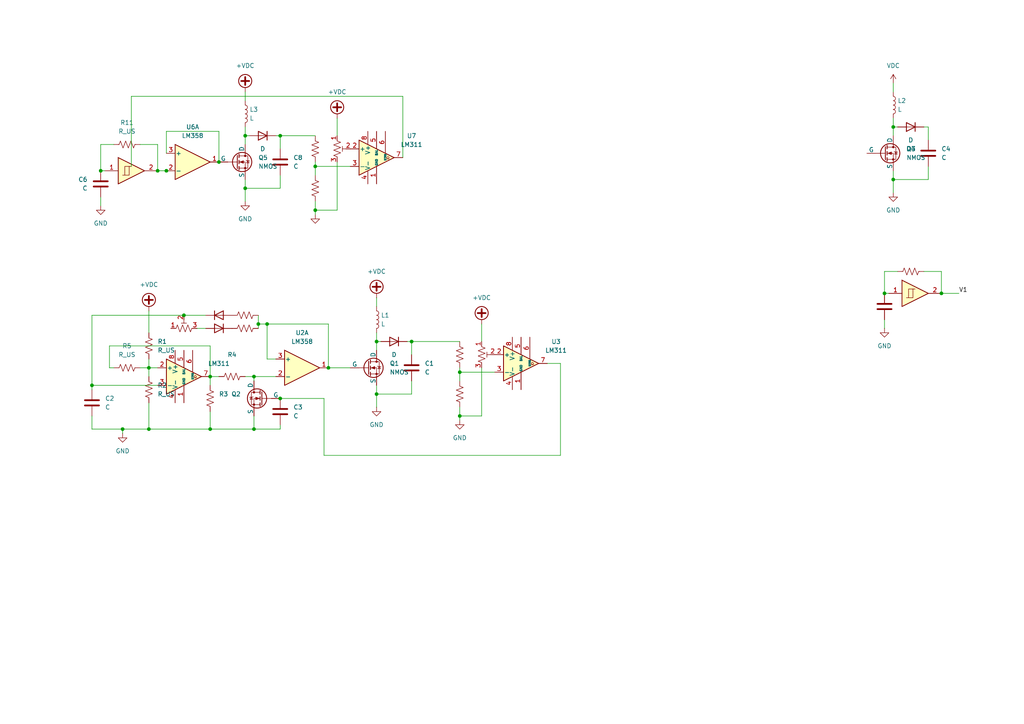
<source format=kicad_sch>
(kicad_sch (version 20231120) (generator "eeschema") (generator_version "8.0")
  (paper "A4")
  (lib_symbols
    (symbol "74xx:74HC7014"
      (property "Reference" "U" (at 0 1.27 0))
      (property "Value" "74HC7014" (at 0 -1.27 0))
      (symbol "74HC7014_1_1"
        (polyline (pts (xy -1.905 -1.27) (xy -1.905 1.27) (xy -0.635 1.27)))
        (polyline (pts (xy -3.81 3.81) (xy -3.81 -3.81) (xy 3.81 0) (xy -3.81 3.81)) (stroke (width 0.254)) (fill (type background)))
        (polyline (pts (xy -2.54 -1.27) (xy -0.635 -1.27) (xy -0.635 1.27) (xy 0 1.27)))
        (pin input line (at -7.62 0 0) (length 3.81) (name "~") (number "1"))
        (pin output line (at 7.62 0 180) (length 3.81) (name "~") (number "2"))
      )
      (symbol "74HC7014_2_1"
        (polyline (pts (xy -1.905 -1.27) (xy -1.905 1.27) (xy -0.635 1.27)))
        (polyline (pts (xy -3.81 3.81) (xy -3.81 -3.81) (xy 3.81 0) (xy -3.81 3.81)) (stroke (width 0.254)) (fill (type background)))
        (polyline (pts (xy -2.54 -1.27) (xy -0.635 -1.27) (xy -0.635 1.27) (xy 0 1.27)))
        (pin input line (at -7.62 0 0) (length 3.81) (name "~") (number "3"))
        (pin output line (at 7.62 0 180) (length 3.81) (name "~") (number "4"))
      )
      (symbol "74HC7014_3_1"
        (polyline (pts (xy -1.905 -1.27) (xy -1.905 1.27) (xy -0.635 1.27)))
        (polyline (pts (xy -3.81 3.81) (xy -3.81 -3.81) (xy 3.81 0) (xy -3.81 3.81)) (stroke (width 0.254)) (fill (type background)))
        (polyline (pts (xy -2.54 -1.27) (xy -0.635 -1.27) (xy -0.635 1.27) (xy 0 1.27)))
        (pin input line (at -7.62 0 0) (length 3.81) (name "~") (number "5"))
        (pin output line (at 7.62 0 180) (length 3.81) (name "~") (number "6"))
      )
      (symbol "74HC7014_4_1"
        (polyline (pts (xy -1.905 -1.27) (xy -1.905 1.27) (xy -0.635 1.27)))
        (polyline (pts (xy -3.81 3.81) (xy -3.81 -3.81) (xy 3.81 0) (xy -3.81 3.81)) (stroke (width 0.254)) (fill (type background)))
        (polyline (pts (xy -2.54 -1.27) (xy -0.635 -1.27) (xy -0.635 1.27) (xy 0 1.27)))
        (pin output line (at 7.62 0 180) (length 3.81) (name "~") (number "8"))
        (pin input line (at -7.62 0 0) (length 3.81) (name "~") (number "9"))
      )
      (symbol "74HC7014_5_1"
        (polyline (pts (xy -1.905 -1.27) (xy -1.905 1.27) (xy -0.635 1.27)))
        (polyline (pts (xy -3.81 3.81) (xy -3.81 -3.81) (xy 3.81 0) (xy -3.81 3.81)) (stroke (width 0.254)) (fill (type background)))
        (polyline (pts (xy -2.54 -1.27) (xy -0.635 -1.27) (xy -0.635 1.27) (xy 0 1.27)))
        (pin output line (at 7.62 0 180) (length 3.81) (name "~") (number "10"))
        (pin input line (at -7.62 0 0) (length 3.81) (name "~") (number "11"))
      )
      (symbol "74HC7014_6_1"
        (polyline (pts (xy -1.905 -1.27) (xy -1.905 1.27) (xy -0.635 1.27)))
        (polyline (pts (xy -3.81 3.81) (xy -3.81 -3.81) (xy 3.81 0) (xy -3.81 3.81)) (stroke (width 0.254)) (fill (type background)))
        (polyline (pts (xy -2.54 -1.27) (xy -0.635 -1.27) (xy -0.635 1.27) (xy 0 1.27)))
        (pin output line (at 7.62 0 180) (length 3.81) (name "~") (number "12"))
        (pin input line (at -7.62 0 0) (length 3.81) (name "~") (number "13"))
      )
      (symbol "74HC7014_7_1"
        (rectangle (start -5.08 7.62) (end 5.08 -7.62) (stroke (width 0.254)) (fill (type background)))
        (pin power_in line (at 0 12.7 270) (length 5.08) (name "VCC") (number "14"))
        (pin power_in line (at 0 -12.7 90) (length 5.08) (name "GND") (number "7"))
      )
    )
    (symbol "Amplifier_Operational:LM358" (pin_names (offset 0.127))
      (property "Reference" "U" (at 0 5.08 0))
      (property "Value" "LM358" (at 0 -5.08 0))
      (symbol "LM358_1_1"
        (polyline (pts (xy -5.08 5.08) (xy 5.08 0) (xy -5.08 -5.08) (xy -5.08 5.08)) (stroke (width 0.254)) (fill (type background)))
        (pin output line (at 7.62 0 180) (length 2.54) (name "~") (number "1"))
        (pin input line (at -7.62 -2.54 0) (length 2.54) (name "-") (number "2"))
        (pin input line (at -7.62 2.54 0) (length 2.54) (name "+") (number "3"))
      )
      (symbol "LM358_2_1"
        (polyline (pts (xy -5.08 5.08) (xy 5.08 0) (xy -5.08 -5.08) (xy -5.08 5.08)) (stroke (width 0.254)) (fill (type background)))
        (pin input line (at -7.62 2.54 0) (length 2.54) (name "+") (number "5"))
        (pin input line (at -7.62 -2.54 0) (length 2.54) (name "-") (number "6"))
        (pin output line (at 7.62 0 180) (length 2.54) (name "~") (number "7"))
      )
      (symbol "LM358_3_1"
        (pin power_in line (at -2.54 -7.62 90) (length 3.81) (name "V-") (number "4"))
        (pin power_in line (at -2.54 7.62 270) (length 3.81) (name "V+") (number "8"))
      )
    )
    (symbol "Comparator:LM311" (pin_names (offset 0.127))
      (property "Reference" "U" (at 3.81 6.35 0))
      (property "Value" "LM311" (at 3.81 3.81 0))
      (symbol "LM311_0_1"
        (polyline (pts (xy 5.08 0) (xy -5.08 5.08) (xy -5.08 -5.08) (xy 5.08 0)) (stroke (width 0.254)) (fill (type background)))
        (polyline (pts (xy 3.683 -0.381) (xy 3.302 -0.381) (xy 3.683 0) (xy 3.302 0.381) (xy 2.921 0) (xy 3.302 -0.381) (xy 2.921 -0.381)) (stroke (width 0.127)))
      )
      (symbol "LM311_1_1"
        (pin passive line (at 0 -7.62 90) (length 5.08) (name "GND") (number "1"))
        (pin input line (at -7.62 2.54 0) (length 2.54) (name "+") (number "2"))
        (pin input line (at -7.62 -2.54 0) (length 2.54) (name "-") (number "3"))
        (pin power_in line (at -2.54 -7.62 90) (length 3.81) (name "V-") (number "4"))
        (pin input line (at 0 7.62 270) (length 5.08) (name "BAL") (number "5"))
        (pin input line (at 2.54 7.62 270) (length 6.35) (name "STRB") (number "6"))
        (pin open_collector line (at 7.62 0 180) (length 2.54) (name "~") (number "7"))
        (pin power_in line (at -2.54 7.62 270) (length 3.81) (name "V+") (number "8"))
      )
    )
    (symbol "Device:C" (pin_numbers hide) (pin_names (offset 0.254))
      (property "Reference" "C" (at 0.635 2.54 0))
      (property "Value" "C" (at 0.635 -2.54 0))
      (symbol "C_0_1"
        (polyline (pts (xy -2.032 -0.762) (xy 2.032 -0.762)) (stroke (width 0.508)))
        (polyline (pts (xy -2.032 0.762) (xy 2.032 0.762)) (stroke (width 0.508)))
      )
      (symbol "C_1_1"
        (pin passive line (at 0 3.81 270) (length 2.794) (name "~") (number "1"))
        (pin passive line (at 0 -3.81 90) (length 2.794) (name "~") (number "2"))
      )
    )
    (symbol "Device:D" (pin_numbers hide) (pin_names (offset 1.016) hide)
      (property "Reference" "D" (at 0 2.54 0))
      (property "Value" "D" (at 0 -2.54 0))
      (symbol "D_0_1"
        (polyline (pts (xy -1.27 1.27) (xy -1.27 -1.27)) (stroke (width 0.254)))
        (polyline (pts (xy 1.27 0) (xy -1.27 0)))
        (polyline (pts (xy 1.27 1.27) (xy 1.27 -1.27) (xy -1.27 0) (xy 1.27 1.27)) (stroke (width 0.254)))
      )
      (symbol "D_1_1"
        (pin passive line (at -3.81 0 0) (length 2.54) (name "K") (number "1"))
        (pin passive line (at 3.81 0 180) (length 2.54) (name "A") (number "2"))
      )
    )
    (symbol "Device:L" (pin_numbers hide) (pin_names (offset 1.016) hide)
      (property "Reference" "L" (at -1.27 0 90))
      (property "Value" "L" (at 1.905 0 90))
      (symbol "L_0_1"
        (arc (start 0 -2.54) (mid 0.6323 -1.905) (end 0 -1.27))
        (arc (start 0 -1.27) (mid 0.6323 -0.635) (end 0 0))
        (arc (start 0 0) (mid 0.6323 0.635) (end 0 1.27))
        (arc (start 0 1.27) (mid 0.6323 1.905) (end 0 2.54))
      )
      (symbol "L_1_1"
        (pin passive line (at 0 3.81 270) (length 1.27) (name "1") (number "1"))
        (pin passive line (at 0 -3.81 90) (length 1.27) (name "2") (number "2"))
      )
    )
    (symbol "Device:R_Potentiometer_Trim_US" (pin_names (offset 1.016) hide)
      (property "Reference" "RV" (at -4.445 0 90))
      (property "Value" "R_Potentiometer_Trim_US" (at -2.54 0 90))
      (symbol "R_Potentiometer_Trim_US_0_1"
        (polyline (pts (xy 0 -2.286) (xy 0 -2.54)))
        (polyline (pts (xy 0 2.286) (xy 0 2.54)))
        (polyline (pts (xy 1.524 0.762) (xy 1.524 -0.762)))
        (polyline (pts (xy 2.54 0) (xy 1.524 0)))
        (polyline (pts (xy 0 -0.762) (xy 1.016 -1.143) (xy 0 -1.524) (xy -1.016 -1.905) (xy 0 -2.286)))
        (polyline (pts (xy 0 0.762) (xy 1.016 0.381) (xy 0 0) (xy -1.016 -0.381) (xy 0 -0.762)))
        (polyline (pts (xy 0 2.286) (xy 1.016 1.905) (xy 0 1.524) (xy -1.016 1.143) (xy 0 0.762)))
      )
      (symbol "R_Potentiometer_Trim_US_1_1"
        (pin passive line (at 0 3.81 270) (length 1.27) (name "1") (number "1"))
        (pin passive line (at 3.81 0 180) (length 1.27) (name "2") (number "2"))
        (pin passive line (at 0 -3.81 90) (length 1.27) (name "3") (number "3"))
      )
    )
    (symbol "Device:R_US" (pin_numbers hide) (pin_names (offset 0))
      (property "Reference" "R" (at 2.54 0 90))
      (property "Value" "R_US" (at -2.54 0 90))
      (symbol "R_US_0_1"
        (polyline (pts (xy 0 -2.286) (xy 0 -2.54)))
        (polyline (pts (xy 0 2.286) (xy 0 2.54)))
        (polyline (pts (xy 0 -0.762) (xy 1.016 -1.143) (xy 0 -1.524) (xy -1.016 -1.905) (xy 0 -2.286)))
        (polyline (pts (xy 0 0.762) (xy 1.016 0.381) (xy 0 0) (xy -1.016 -0.381) (xy 0 -0.762)))
        (polyline (pts (xy 0 2.286) (xy 1.016 1.905) (xy 0 1.524) (xy -1.016 1.143) (xy 0 0.762)))
      )
      (symbol "R_US_1_1"
        (pin passive line (at 0 3.81 270) (length 1.27) (name "~") (number "1"))
        (pin passive line (at 0 -3.81 90) (length 1.27) (name "~") (number "2"))
      )
    )
    (symbol "Diode:1N4148WT" (pin_numbers hide) (pin_names hide)
      (property "Reference" "D" (at 0 2.54 0))
      (property "Value" "1N4148WT" (at 0 -2.54 0))
      (symbol "1N4148WT_0_1"
        (polyline (pts (xy -1.27 1.27) (xy -1.27 -1.27)) (stroke (width 0.254)))
        (polyline (pts (xy 1.27 0) (xy -1.27 0)))
        (polyline (pts (xy 1.27 1.27) (xy 1.27 -1.27) (xy -1.27 0) (xy 1.27 1.27)) (stroke (width 0.254)))
      )
      (symbol "1N4148WT_1_1"
        (pin passive line (at -3.81 0 0) (length 2.54) (name "K") (number "1"))
        (pin passive line (at 3.81 0 180) (length 2.54) (name "A") (number "2"))
      )
    )
    (symbol "Simulation_SPICE:NMOS" (pin_numbers hide) (pin_names (offset 0))
      (property "Reference" "Q" (at 5.08 1.27 0))
      (property "Value" "NMOS" (at 5.08 -1.27 0))
      (symbol "NMOS_0_1"
        (polyline (pts (xy 0.254 0) (xy -2.54 0)))
        (polyline (pts (xy 0.254 1.905) (xy 0.254 -1.905)) (stroke (width 0.254)))
        (polyline (pts (xy 0.762 -1.27) (xy 0.762 -2.286)) (stroke (width 0.254)))
        (polyline (pts (xy 0.762 0.508) (xy 0.762 -0.508)) (stroke (width 0.254)))
        (polyline (pts (xy 0.762 2.286) (xy 0.762 1.27)) (stroke (width 0.254)))
        (polyline (pts (xy 2.54 2.54) (xy 2.54 1.778)))
        (polyline (pts (xy 2.54 -2.54) (xy 2.54 0) (xy 0.762 0)))
        (polyline (pts (xy 0.762 -1.778) (xy 3.302 -1.778) (xy 3.302 1.778) (xy 0.762 1.778)))
        (polyline (pts (xy 1.016 0) (xy 2.032 0.381) (xy 2.032 -0.381) (xy 1.016 0)) (fill (type outline)))
        (polyline (pts (xy 2.794 0.508) (xy 2.921 0.381) (xy 3.683 0.381) (xy 3.81 0.254)))
        (polyline (pts (xy 3.302 0.381) (xy 2.921 -0.254) (xy 3.683 -0.254) (xy 3.302 0.381)))
        (circle (center 1.651 0) (radius 2.794) (stroke (width 0.254)))
        (circle (center 2.54 -1.778) (radius 0.254) (fill (type outline)))
        (circle (center 2.54 1.778) (radius 0.254) (fill (type outline)))
      )
      (symbol "NMOS_1_1"
        (pin passive line (at 2.54 5.08 270) (length 2.54) (name "D") (number "1"))
        (pin input line (at -5.08 0 0) (length 2.54) (name "G") (number "2"))
        (pin passive line (at 2.54 -5.08 90) (length 2.54) (name "S") (number "3"))
      )
    )
    (symbol "power:+VDC" (power) (pin_numbers hide) (pin_names (offset 0) hide)
      (property "Value" "+VDC" (at 0 6.35 0))
      (symbol "+VDC_0_1"
        (polyline (pts (xy -1.143 3.175) (xy 1.143 3.175)) (stroke (width 0.508)))
        (polyline (pts (xy 0 0) (xy 0 1.27)))
        (polyline (pts (xy 0 2.032) (xy 0 4.318)) (stroke (width 0.508)))
        (circle (center 0 3.175) (radius 1.905) (stroke (width 0.254)))
      )
      (symbol "+VDC_1_1"
        (pin power_in line (at 0 0 90) (length 0) (name "~") (number "1"))
      )
    )
    (symbol "power:GND" (power) (pin_numbers hide) (pin_names (offset 0) hide)
      (property "Value" "GND" (at 0 -3.81 0))
      (symbol "GND_0_1"
        (polyline (pts (xy 0 0) (xy 0 -1.27) (xy 1.27 -1.27) (xy 0 -2.54) (xy -1.27 -1.27) (xy 0 -1.27)))
      )
      (symbol "GND_1_1"
        (pin power_in line (at 0 0 270) (length 0) (name "~") (number "1"))
      )
    )
    (symbol "power:VDC" (power) (pin_numbers hide) (pin_names (offset 0) hide)
      (property "Value" "VDC" (at 0 3.556 0))
      (symbol "VDC_0_1"
        (polyline (pts (xy -0.762 1.27) (xy 0 2.54)))
        (polyline (pts (xy 0 0) (xy 0 2.54)))
        (polyline (pts (xy 0 2.54) (xy 0.762 1.27)))
      )
      (symbol "VDC_1_1"
        (pin power_in line (at 0 0 90) (length 0) (name "~") (number "1"))
      )
    )
  )
  (junction (at 91.44 60.96))
  (junction (at 77.47 93.98))
  (junction (at 133.35 107.95))
  (junction (at 109.22 99.06))
  (junction (at 48.26 49.53))
  (junction (at 35.56 124.46))
  (junction (at 273.05 85.09))
  (junction (at 60.96 124.46))
  (junction (at 81.28 115.57))
  (junction (at 119.38 99.06))
  (junction (at 91.44 48.26))
  (junction (at 45.72 49.53))
  (junction (at 256.54 85.09))
  (junction (at 43.18 106.68))
  (junction (at 133.35 120.65))
  (junction (at 71.12 39.37))
  (junction (at 29.21 49.53))
  (junction (at 26.67 111.76))
  (junction (at 53.34 91.44))
  (junction (at 63.5 46.99))
  (junction (at 81.28 39.37))
  (junction (at 74.93 93.98))
  (junction (at 60.96 109.22))
  (junction (at 71.12 54.61))
  (junction (at 95.25 106.68))
  (junction (at 259.08 52.07))
  (junction (at 43.18 124.46))
  (junction (at 73.66 124.46))
  (junction (at 73.66 109.22))
  (junction (at 259.08 36.83))
  (junction (at 109.22 114.3))
  (wire (pts (xy 133.35 120.65) (xy 133.35 121.92)))
  (wire (pts (xy 43.18 116.84) (xy 43.18 124.46)))
  (wire (pts (xy 60.96 109.22) (xy 63.5 109.22)))
  (wire (pts (xy 60.96 109.22) (xy 60.96 111.76)))
  (wire (pts (xy 97.79 60.96) (xy 91.44 60.96)))
  (wire (pts (xy 40.64 106.68) (xy 43.18 106.68)))
  (wire (pts (xy 91.44 60.96) (xy 91.44 62.23)))
  (wire (pts (xy 38.1 27.94) (xy 38.1 48.26)))
  (wire (pts (xy 81.28 54.61) (xy 71.12 54.61)))
  (wire (pts (xy 74.93 91.44) (xy 74.93 93.98)))
  (wire (pts (xy 26.67 91.44) (xy 26.67 111.76)))
  (wire (pts (xy 48.26 38.1) (xy 63.5 38.1)))
  (wire (pts (xy 139.7 93.98) (xy 139.7 99.06)))
  (wire (pts (xy 91.44 46.99) (xy 91.44 48.26)))
  (wire (pts (xy 71.12 36.83) (xy 71.12 39.37)))
  (wire (pts (xy 71.12 39.37) (xy 71.12 41.91)))
  (wire (pts (xy 109.22 99.06) (xy 110.49 99.06)))
  (wire (pts (xy 119.38 110.49) (xy 119.38 114.3)))
  (wire (pts (xy 269.24 52.07) (xy 259.08 52.07)))
  (wire (pts (xy 53.34 91.44) (xy 26.67 91.44)))
  (wire (pts (xy 74.93 93.98) (xy 74.93 95.25)))
  (wire (pts (xy 43.18 124.46) (xy 35.56 124.46)))
  (wire (pts (xy 31.75 106.68) (xy 33.02 106.68)))
  (wire (pts (xy 81.28 124.46) (xy 73.66 124.46)))
  (wire (pts (xy 26.67 124.46) (xy 35.56 124.46)))
  (wire (pts (xy 81.28 115.57) (xy 93.98 115.57)))
  (wire (pts (xy 81.28 123.19) (xy 81.28 124.46)))
  (wire (pts (xy 74.93 93.98) (xy 77.47 93.98)))
  (wire (pts (xy 71.12 52.07) (xy 71.12 54.61)))
  (wire (pts (xy 139.7 106.68) (xy 139.7 120.65)))
  (wire (pts (xy 259.08 49.53) (xy 259.08 52.07)))
  (wire (pts (xy 43.18 90.17) (xy 43.18 96.52)))
  (wire (pts (xy 31.75 100.33) (xy 31.75 106.68)))
  (wire (pts (xy 81.28 39.37) (xy 91.44 39.37)))
  (wire (pts (xy 29.21 57.15) (xy 29.21 59.69)))
  (wire (pts (xy 97.79 34.29) (xy 97.79 39.37)))
  (wire (pts (xy 45.72 41.91) (xy 45.72 49.53)))
  (wire (pts (xy 133.35 107.95) (xy 143.51 107.95)))
  (wire (pts (xy 119.38 99.06) (xy 133.35 99.06)))
  (wire (pts (xy 81.28 39.37) (xy 81.28 43.18)))
  (wire (pts (xy 77.47 93.98) (xy 77.47 104.14)))
  (wire (pts (xy 259.08 36.83) (xy 259.08 39.37)))
  (wire (pts (xy 77.47 93.98) (xy 95.25 93.98)))
  (wire (pts (xy 133.35 118.11) (xy 133.35 120.65)))
  (wire (pts (xy 256.54 85.09) (xy 256.54 78.74)))
  (wire (pts (xy 53.34 91.44) (xy 59.69 91.44)))
  (wire (pts (xy 80.01 39.37) (xy 81.28 39.37)))
  (wire (pts (xy 95.25 106.68) (xy 101.6 106.68)))
  (wire (pts (xy 273.05 85.09) (xy 278.13 85.09)))
  (wire (pts (xy 109.22 99.06) (xy 109.22 101.6)))
  (wire (pts (xy 60.96 124.46) (xy 43.18 124.46)))
  (wire (pts (xy 116.84 27.94) (xy 38.1 27.94)))
  (wire (pts (xy 63.5 46.99) (xy 63.5 38.1)))
  (wire (pts (xy 256.54 92.71) (xy 256.54 95.25)))
  (wire (pts (xy 45.72 49.53) (xy 48.26 49.53)))
  (wire (pts (xy 43.18 106.68) (xy 45.72 106.68)))
  (wire (pts (xy 60.96 109.22) (xy 60.96 100.33)))
  (wire (pts (xy 91.44 58.42) (xy 91.44 60.96)))
  (wire (pts (xy 133.35 107.95) (xy 133.35 110.49)))
  (wire (pts (xy 118.11 99.06) (xy 119.38 99.06)))
  (wire (pts (xy 60.96 119.38) (xy 60.96 124.46)))
  (wire (pts (xy 45.72 111.76) (xy 26.67 111.76)))
  (wire (pts (xy 35.56 124.46) (xy 35.56 125.73)))
  (wire (pts (xy 273.05 78.74) (xy 273.05 85.09)))
  (wire (pts (xy 267.97 36.83) (xy 269.24 36.83)))
  (wire (pts (xy 29.21 49.53) (xy 30.48 49.53)))
  (wire (pts (xy 91.44 48.26) (xy 91.44 50.8)))
  (wire (pts (xy 81.28 50.8) (xy 81.28 54.61)))
  (wire (pts (xy 109.22 86.36) (xy 109.22 88.9)))
  (wire (pts (xy 162.56 132.08) (xy 93.98 132.08)))
  (wire (pts (xy 109.22 111.76) (xy 109.22 114.3)))
  (wire (pts (xy 40.64 41.91) (xy 45.72 41.91)))
  (wire (pts (xy 116.84 45.72) (xy 116.84 27.94)))
  (wire (pts (xy 269.24 36.83) (xy 269.24 40.64)))
  (wire (pts (xy 267.97 78.74) (xy 273.05 78.74)))
  (wire (pts (xy 162.56 105.41) (xy 162.56 132.08)))
  (wire (pts (xy 158.75 105.41) (xy 162.56 105.41)))
  (wire (pts (xy 48.26 38.1) (xy 48.26 44.45)))
  (wire (pts (xy 73.66 109.22) (xy 80.01 109.22)))
  (wire (pts (xy 259.08 52.07) (xy 259.08 55.88)))
  (wire (pts (xy 71.12 39.37) (xy 72.39 39.37)))
  (wire (pts (xy 93.98 115.57) (xy 93.98 132.08)))
  (wire (pts (xy 31.75 100.33) (xy 60.96 100.33)))
  (wire (pts (xy 119.38 99.06) (xy 119.38 102.87)))
  (wire (pts (xy 259.08 24.13) (xy 259.08 26.67)))
  (wire (pts (xy 256.54 78.74) (xy 260.35 78.74)))
  (wire (pts (xy 109.22 114.3) (xy 109.22 118.11)))
  (wire (pts (xy 73.66 120.65) (xy 73.66 124.46)))
  (wire (pts (xy 259.08 34.29) (xy 259.08 36.83)))
  (wire (pts (xy 109.22 96.52) (xy 109.22 99.06)))
  (wire (pts (xy 259.08 36.83) (xy 260.35 36.83)))
  (wire (pts (xy 77.47 104.14) (xy 80.01 104.14)))
  (wire (pts (xy 43.18 104.14) (xy 43.18 106.68)))
  (wire (pts (xy 26.67 111.76) (xy 26.67 113.03)))
  (wire (pts (xy 71.12 26.67) (xy 71.12 29.21)))
  (wire (pts (xy 119.38 114.3) (xy 109.22 114.3)))
  (wire (pts (xy 133.35 106.68) (xy 133.35 107.95)))
  (wire (pts (xy 269.24 48.26) (xy 269.24 52.07)))
  (wire (pts (xy 43.18 106.68) (xy 43.18 109.22)))
  (wire (pts (xy 95.25 106.68) (xy 95.25 93.98)))
  (wire (pts (xy 57.15 95.25) (xy 59.69 95.25)))
  (wire (pts (xy 256.54 85.09) (xy 257.81 85.09)))
  (wire (pts (xy 29.21 41.91) (xy 29.21 49.53)))
  (wire (pts (xy 91.44 48.26) (xy 101.6 48.26)))
  (wire (pts (xy 71.12 54.61) (xy 71.12 58.42)))
  (wire (pts (xy 26.67 120.65) (xy 26.67 124.46)))
  (wire (pts (xy 73.66 109.22) (xy 73.66 110.49)))
  (wire (pts (xy 97.79 46.99) (xy 97.79 60.96)))
  (wire (pts (xy 73.66 124.46) (xy 60.96 124.46)))
  (wire (pts (xy 139.7 120.65) (xy 133.35 120.65)))
  (wire (pts (xy 33.02 41.91) (xy 29.21 41.91)))
  (wire (pts (xy 71.12 109.22) (xy 73.66 109.22)))
  (wire (pts (xy 48.26 49.53) (xy 49.53 49.53)))
  (label "V1" (at 278.13 85.09 0))
  (symbol (lib_id "Device:L") (at 109.22 92.71 0) (unit 1)
    (property "Reference" "L1" (at 110.49 91.4399 0) (effects (justify left)))
    (property "Value" "L" (at 110.49 93.9799 0) (effects (justify left)))
    (property "Description" "Inductor" (effects (hide yes)))
  )
  (symbol (lib_id "Simulation_SPICE:NMOS") (at 76.2 115.57 0) (mirror y) (unit 1)
    (property "Reference" "Q2" (at 69.85 114.2999 0) (effects (justify left)))
    (property "Value" "NMOS" (effects (hide yes)))
    (property "Datasheet" "https://ngspice.sourceforge.io/docs/ngspice-html-manual/manual.xhtml#cha_MOSFETs" (effects (hide yes)))
    (property "Description" "N-MOSFET transistor, drain/source/gate" (effects (hide yes)))
    (property "Sim.Device" "NMOS" (effects (hide yes)))
    (property "Sim.Type" "VDMOS" (effects (hide yes)))
    (property "Sim.Pins" "1=D 2=G 3=S" (effects (hide yes)))
  )
  (symbol (lib_id "Device:C") (at 119.38 106.68 0) (unit 1)
    (property "Reference" "C1" (at 123.19 105.4099 0) (effects (justify left)))
    (property "Value" "C" (at 123.19 107.9499 0) (effects (justify left)))
    (property "Description" "Unpolarized capacitor" (effects (hide yes)))
  )
  (symbol (lib_id "power:+VDC") (at 97.79 34.29 0) (unit 1)
    (property "Reference" "#PWR015" (effects (hide yes)))
    (property "Value" "+VDC" (at 97.79 26.67 0))
    (property "Description" "Power symbol creates a global label with name \"+VDC\"" (effects (hide yes)))
  )
  (symbol (lib_id "power:GND") (at 256.54 95.25 0) (unit 1)
    (property "Reference" "#PWR09" (effects (hide yes)))
    (property "Value" "GND" (at 256.54 100.33 0))
    (property "Description" "Power symbol creates a global label with name \"GND\" , ground" (effects (hide yes)))
  )
  (symbol (lib_id "power:GND") (at 133.35 121.92 0) (unit 1)
    (property "Reference" "#PWR06" (effects (hide yes)))
    (property "Value" "GND" (at 133.35 127 0))
    (property "Description" "Power symbol creates a global label with name \"GND\" , ground" (effects (hide yes)))
  )
  (symbol (lib_id "Device:C") (at 29.21 53.34 0) (mirror y) (unit 1)
    (property "Reference" "C6" (at 25.4 52.0699 0) (effects (justify left)))
    (property "Value" "C" (at 25.4 54.6099 0) (effects (justify left)))
    (property "Description" "Unpolarized capacitor" (effects (hide yes)))
  )
  (symbol (lib_id "Device:C") (at 81.28 46.99 0) (unit 1)
    (property "Reference" "C8" (at 85.09 45.7199 0) (effects (justify left)))
    (property "Value" "C" (at 85.09 48.2599 0) (effects (justify left)))
    (property "Description" "Unpolarized capacitor" (effects (hide yes)))
  )
  (symbol (lib_id "Amplifier_Operational:LM358") (at 55.88 46.99 0) (unit 1)
    (property "Reference" "U6" (at 55.88 36.83 0))
    (property "Value" "LM358" (at 55.88 39.37 0))
    (property "Datasheet" "http://www.ti.com/lit/ds/symlink/lm2904-n.pdf" (effects (hide yes)))
    (property "Description" "Low-Power, Dual Operational Amplifiers, DIP-8/SOIC-8/TO-99-8" (effects (hide yes)))
  )
  (symbol (lib_id "power:+VDC") (at 109.22 86.36 0) (unit 1)
    (property "Reference" "#PWR02" (effects (hide yes)))
    (property "Value" "+VDC" (at 109.22 78.74 0))
    (property "Description" "Power symbol creates a global label with name \"+VDC\"" (effects (hide yes)))
  )
  (symbol (lib_id "Device:D") (at 76.2 39.37 180) (unit 1)
    (property "Reference" "D7" (effects (hide yes)))
    (property "Value" "D" (at 76.2 43.18 0))
    (property "Description" "Diode" (effects (hide yes)))
    (property "Sim.Device" "D" (effects (hide yes)))
    (property "Sim.Pins" "1=K 2=A" (effects (hide yes)))
  )
  (symbol (lib_id "Device:R_US") (at 133.35 114.3 0) (unit 1)
    (property "Reference" "R9" (effects (hide yes)))
    (property "Value" "R_US" (effects (hide yes)))
    (property "Description" "Resistor, US symbol" (effects (hide yes)))
  )
  (symbol (lib_id "Device:R_US") (at 71.12 91.44 90) (unit 1)
    (property "Reference" "R6" (effects (hide yes)))
    (property "Value" "R_US" (effects (hide yes)))
    (property "Description" "Resistor, US symbol" (effects (hide yes)))
  )
  (symbol (lib_id "Diode:1N4148WT") (at 63.5 91.44 0) (unit 1)
    (property "Reference" "D2" (effects (hide yes)))
    (property "Value" "1N4148WT" (effects (hide yes)))
    (property "Footprint" "Diode_SMD:D_SOD-523" (effects (hide yes)))
    (property "Datasheet" "https://www.diodes.com/assets/Datasheets/ds30396.pdf" (effects (hide yes)))
    (property "Description" "75V 0.15A Fast switching Diode, SOD-523" (effects (hide yes)))
    (property "Sim.Device" "D" (effects (hide yes)))
    (property "Sim.Pins" "1=K 2=A" (effects (hide yes)))
  )
  (symbol (lib_id "Device:R_US") (at 36.83 41.91 90) (unit 1)
    (property "Reference" "R11" (at 36.83 35.56 90))
    (property "Value" "R_US" (at 36.83 38.1 90))
    (property "Description" "Resistor, US symbol" (effects (hide yes)))
  )
  (symbol (lib_id "Device:R_US") (at 67.31 109.22 90) (unit 1)
    (property "Reference" "R4" (at 67.31 102.87 90))
    (property "Value" "R_US" (effects (hide yes)))
    (property "Description" "Resistor, US symbol" (effects (hide yes)))
  )
  (symbol (lib_id "Device:R_Potentiometer_Trim_US") (at 97.79 43.18 0) (unit 1)
    (property "Reference" "RV4" (effects (hide yes)))
    (property "Value" "R_Potentiometer_Trim_US" (effects (hide yes)))
    (property "Description" "Trim-potentiometer, US symbol" (effects (hide yes)))
  )
  (symbol (lib_id "Device:C") (at 256.54 88.9 0) (unit 1)
    (property "Reference" "C5" (effects (hide yes)))
    (property "Value" "C" (effects (hide yes)))
    (property "Description" "Unpolarized capacitor" (effects (hide yes)))
  )
  (symbol (lib_id "power:VDC") (at 259.08 24.13 0) (unit 1)
    (property "Reference" "#PWR07" (effects (hide yes)))
    (property "Value" "VDC" (at 259.08 19.05 0))
    (property "Description" "Power symbol creates a global label with name \"VDC\"" (effects (hide yes)))
  )
  (symbol (lib_id "Device:D") (at 114.3 99.06 180) (unit 1)
    (property "Reference" "D1" (effects (hide yes)))
    (property "Value" "D" (at 114.3 102.87 0))
    (property "Description" "Diode" (effects (hide yes)))
    (property "Sim.Device" "D" (effects (hide yes)))
    (property "Sim.Pins" "1=K 2=A" (effects (hide yes)))
  )
  (symbol (lib_id "Device:R_US") (at 264.16 78.74 90) (unit 1)
    (property "Reference" "R10" (effects (hide yes)))
    (property "Value" "R_US" (effects (hide yes)))
    (property "Description" "Resistor, US symbol" (effects (hide yes)))
  )
  (symbol (lib_id "power:GND") (at 109.22 118.11 0) (unit 1)
    (property "Reference" "#PWR01" (effects (hide yes)))
    (property "Value" "GND" (at 109.22 123.19 0))
    (property "Description" "Power symbol creates a global label with name \"GND\" , ground" (effects (hide yes)))
  )
  (symbol (lib_id "Simulation_SPICE:NMOS") (at 256.54 44.45 0) (unit 1)
    (property "Reference" "Q3" (at 262.89 43.1799 0) (effects (justify left)))
    (property "Value" "NMOS" (at 262.89 45.7199 0) (effects (justify left)))
    (property "Datasheet" "https://ngspice.sourceforge.io/docs/ngspice-html-manual/manual.xhtml#cha_MOSFETs" (effects (hide yes)))
    (property "Description" "N-MOSFET transistor, drain/source/gate" (effects (hide yes)))
    (property "Sim.Device" "NMOS" (effects (hide yes)))
    (property "Sim.Type" "VDMOS" (effects (hide yes)))
    (property "Sim.Pins" "1=D 2=G 3=S" (effects (hide yes)))
  )
  (symbol (lib_id "power:+VDC") (at 139.7 93.98 0) (unit 1)
    (property "Reference" "#PWR05" (effects (hide yes)))
    (property "Value" "+VDC" (at 139.7 86.36 0))
    (property "Description" "Power symbol creates a global label with name \"+VDC\"" (effects (hide yes)))
  )
  (symbol (lib_id "Device:C") (at 81.28 119.38 0) (unit 1)
    (property "Reference" "C3" (at 85.09 118.1099 0) (effects (justify left)))
    (property "Value" "C" (at 85.09 120.6499 0) (effects (justify left)))
    (property "Description" "Unpolarized capacitor" (effects (hide yes)))
  )
  (symbol (lib_id "power:GND") (at 259.08 55.88 0) (unit 1)
    (property "Reference" "#PWR08" (effects (hide yes)))
    (property "Value" "GND" (at 259.08 60.96 0))
    (property "Description" "Power symbol creates a global label with name \"GND\" , ground" (effects (hide yes)))
  )
  (symbol (lib_id "Comparator:LM311") (at 151.13 105.41 0) (unit 1)
    (property "Reference" "U3" (at 161.29 99.0914 0))
    (property "Value" "LM311" (at 161.29 101.6314 0))
    (property "Datasheet" "https://www.st.com/resource/en/datasheet/lm311.pdf" (effects (hide yes)))
    (property "Description" "Voltage Comparator, DIP-8/SOIC-8" (effects (hide yes)))
  )
  (symbol (lib_id "power:GND") (at 29.21 59.69 0) (unit 1)
    (property "Reference" "#PWR010" (effects (hide yes)))
    (property "Value" "GND" (at 29.21 64.77 0))
    (property "Description" "Power symbol creates a global label with name \"GND\" , ground" (effects (hide yes)))
  )
  (symbol (lib_id "Device:R_Potentiometer_Trim_US") (at 53.34 95.25 90) (unit 1)
    (property "Reference" "RV1" (effects (hide yes)))
    (property "Value" "R_Potentiometer_Trim_US" (effects (hide yes)))
    (property "Description" "Trim-potentiometer, US symbol" (effects (hide yes)))
  )
  (symbol (lib_id "Simulation_SPICE:NMOS") (at 68.58 46.99 0) (unit 1)
    (property "Reference" "Q5" (at 74.93 45.7199 0) (effects (justify left)))
    (property "Value" "NMOS" (at 74.93 48.2599 0) (effects (justify left)))
    (property "Datasheet" "https://ngspice.sourceforge.io/docs/ngspice-html-manual/manual.xhtml#cha_MOSFETs" (effects (hide yes)))
    (property "Description" "N-MOSFET transistor, drain/source/gate" (effects (hide yes)))
    (property "Sim.Device" "NMOS" (effects (hide yes)))
    (property "Sim.Type" "VDMOS" (effects (hide yes)))
    (property "Sim.Pins" "1=D 2=G 3=S" (effects (hide yes)))
  )
  (symbol (lib_id "power:GND") (at 35.56 125.73 0) (unit 1)
    (property "Reference" "#PWR03" (effects (hide yes)))
    (property "Value" "GND" (at 35.56 130.81 0))
    (property "Description" "Power symbol creates a global label with name \"GND\" , ground" (effects (hide yes)))
  )
  (symbol (lib_id "Device:R_US") (at 43.18 100.33 0) (unit 1)
    (property "Reference" "R1" (at 45.72 99.0599 0) (effects (justify left)))
    (property "Value" "R_US" (at 45.72 101.5999 0) (effects (justify left)))
    (property "Description" "Resistor, US symbol" (effects (hide yes)))
  )
  (symbol (lib_id "Device:L") (at 259.08 30.48 0) (unit 1)
    (property "Reference" "L2" (at 260.35 29.2099 0) (effects (justify left)))
    (property "Value" "L" (at 260.35 31.7499 0) (effects (justify left)))
    (property "Description" "Inductor" (effects (hide yes)))
  )
  (symbol (lib_id "Device:L") (at 71.12 33.02 0) (unit 1)
    (property "Reference" "L3" (at 72.39 31.7499 0) (effects (justify left)))
    (property "Value" "L" (at 72.39 34.2899 0) (effects (justify left)))
    (property "Description" "Inductor" (effects (hide yes)))
  )
  (symbol (lib_id "Comparator:LM311") (at 53.34 109.22 0) (unit 1)
    (property "Reference" "U1" (effects (hide yes)))
    (property "Value" "LM311" (at 63.5 105.4414 0))
    (property "Datasheet" "https://www.st.com/resource/en/datasheet/lm311.pdf" (effects (hide yes)))
    (property "Description" "Voltage Comparator, DIP-8/SOIC-8" (effects (hide yes)))
  )
  (symbol (lib_id "power:GND") (at 71.12 58.42 0) (unit 1)
    (property "Reference" "#PWR013" (effects (hide yes)))
    (property "Value" "GND" (at 71.12 63.5 0))
    (property "Description" "Power symbol creates a global label with name \"GND\" , ground" (effects (hide yes)))
  )
  (symbol (lib_id "Device:R_US") (at 60.96 115.57 0) (unit 1)
    (property "Reference" "R3" (at 63.5 114.2999 0) (effects (justify left)))
    (property "Value" "R_US" (effects (hide yes)))
    (property "Description" "Resistor, US symbol" (effects (hide yes)))
  )
  (symbol (lib_id "Device:D") (at 264.16 36.83 180) (unit 1)
    (property "Reference" "D4" (at 264.16 43.18 0))
    (property "Value" "D" (at 264.16 40.64 0))
    (property "Description" "Diode" (effects (hide yes)))
    (property "Sim.Device" "D" (effects (hide yes)))
    (property "Sim.Pins" "1=K 2=A" (effects (hide yes)))
  )
  (symbol (lib_id "Device:R_US") (at 43.18 113.03 0) (unit 1)
    (property "Reference" "R2" (at 45.72 111.7599 0) (effects (justify left)))
    (property "Value" "R_US" (at 45.72 114.2999 0) (effects (justify left)))
    (property "Description" "Resistor, US symbol" (effects (hide yes)))
  )
  (symbol (lib_id "Device:C") (at 269.24 44.45 0) (unit 1)
    (property "Reference" "C4" (at 273.05 43.1799 0) (effects (justify left)))
    (property "Value" "C" (at 273.05 45.7199 0) (effects (justify left)))
    (property "Description" "Unpolarized capacitor" (effects (hide yes)))
  )
  (symbol (lib_id "74xx:74HC7014") (at 265.43 85.09 0) (unit 1)
    (property "Reference" "U4" (effects (hide yes)))
    (property "Value" "74HC7014" (effects (hide yes)))
    (property "Footprint" "Package_SO:SOIC-14_3.9x8.7mm_P1.27mm" (effects (hide yes)))
    (property "Datasheet" "https://assets.nexperia.com/documents/data-sheet/74HC7014.pdf" (effects (hide yes)))
    (property "Description" "Hex non-inverting buffer with precision Schmitt Trigger inputs, SOIC-14" (effects (hide yes)))
  )
  (symbol (lib_id "Device:R_Potentiometer_Trim_US") (at 139.7 102.87 0) (unit 1)
    (property "Reference" "RV2" (effects (hide yes)))
    (property "Value" "R_Potentiometer_Trim_US" (effects (hide yes)))
    (property "Description" "Trim-potentiometer, US symbol" (effects (hide yes)))
  )
  (symbol (lib_id "Diode:1N4148WT") (at 63.5 95.25 0) (mirror y) (unit 1)
    (property "Reference" "D3" (effects (hide yes)))
    (property "Value" "1N4148WT" (effects (hide yes)))
    (property "Footprint" "Diode_SMD:D_SOD-523" (effects (hide yes)))
    (property "Datasheet" "https://www.diodes.com/assets/Datasheets/ds30396.pdf" (effects (hide yes)))
    (property "Description" "75V 0.15A Fast switching Diode, SOD-523" (effects (hide yes)))
    (property "Sim.Device" "D" (effects (hide yes)))
    (property "Sim.Pins" "1=K 2=A" (effects (hide yes)))
  )
  (symbol (lib_id "Device:R_US") (at 36.83 106.68 90) (unit 1)
    (property "Reference" "R5" (at 36.83 100.33 90))
    (property "Value" "R_US" (at 36.83 102.87 90))
    (property "Description" "Resistor, US symbol" (effects (hide yes)))
  )
  (symbol (lib_id "Device:C") (at 26.67 116.84 0) (unit 1)
    (property "Reference" "C2" (at 30.48 115.5699 0) (effects (justify left)))
    (property "Value" "C" (at 30.48 118.1099 0) (effects (justify left)))
    (property "Description" "Unpolarized capacitor" (effects (hide yes)))
  )
  (symbol (lib_id "74xx:74HC7014") (at 38.1 49.53 0) (unit 1)
    (property "Reference" "U5" (effects (hide yes)))
    (property "Value" "74HC7014" (effects (hide yes)))
    (property "Footprint" "Package_SO:SOIC-14_3.9x8.7mm_P1.27mm" (effects (hide yes)))
    (property "Datasheet" "https://assets.nexperia.com/documents/data-sheet/74HC7014.pdf" (effects (hide yes)))
    (property "Description" "Hex non-inverting buffer with precision Schmitt Trigger inputs, SOIC-14" (effects (hide yes)))
  )
  (symbol (lib_id "Comparator:LM311") (at 109.22 45.72 0) (unit 1)
    (property "Reference" "U7" (at 119.38 39.4014 0))
    (property "Value" "LM311" (at 119.38 41.9414 0))
    (property "Datasheet" "https://www.st.com/resource/en/datasheet/lm311.pdf" (effects (hide yes)))
    (property "Description" "Voltage Comparator, DIP-8/SOIC-8" (effects (hide yes)))
  )
  (symbol (lib_id "power:+VDC") (at 71.12 26.67 0) (unit 1)
    (property "Reference" "#PWR012" (effects (hide yes)))
    (property "Value" "+VDC" (at 71.12 19.05 0))
    (property "Description" "Power symbol creates a global label with name \"+VDC\"" (effects (hide yes)))
  )
  (symbol (lib_id "Amplifier_Operational:LM358") (at 87.63 106.68 0) (unit 1)
    (property "Reference" "U2" (at 87.63 96.52 0))
    (property "Value" "LM358" (at 87.63 99.06 0))
    (property "Datasheet" "http://www.ti.com/lit/ds/symlink/lm2904-n.pdf" (effects (hide yes)))
    (property "Description" "Low-Power, Dual Operational Amplifiers, DIP-8/SOIC-8/TO-99-8" (effects (hide yes)))
  )
  (symbol (lib_id "Simulation_SPICE:NMOS") (at 106.68 106.68 0) (unit 1)
    (property "Reference" "Q1" (at 113.03 105.4099 0) (effects (justify left)))
    (property "Value" "NMOS" (at 113.03 107.9499 0) (effects (justify left)))
    (property "Datasheet" "https://ngspice.sourceforge.io/docs/ngspice-html-manual/manual.xhtml#cha_MOSFETs" (effects (hide yes)))
    (property "Description" "N-MOSFET transistor, drain/source/gate" (effects (hide yes)))
    (property "Sim.Device" "NMOS" (effects (hide yes)))
    (property "Sim.Type" "VDMOS" (effects (hide yes)))
    (property "Sim.Pins" "1=D 2=G 3=S" (effects (hide yes)))
  )
  (symbol (lib_id "Device:R_US") (at 91.44 54.61 0) (unit 1)
    (property "Reference" "R19" (effects (hide yes)))
    (property "Value" "R_US" (effects (hide yes)))
    (property "Description" "Resistor, US symbol" (effects (hide yes)))
  )
  (symbol (lib_id "power:GND") (at 91.44 62.23 0) (unit 1)
    (property "Reference" "#PWR014" (effects (hide yes)))
    (property "Value" "GND" (effects (hide yes)))
    (property "Description" "Power symbol creates a global label with name \"GND\" , ground" (effects (hide yes)))
  )
  (symbol (lib_id "Device:R_US") (at 133.35 102.87 0) (unit 1)
    (property "Reference" "R8" (effects (hide yes)))
    (property "Value" "R_US" (effects (hide yes)))
    (property "Description" "Resistor, US symbol" (effects (hide yes)))
  )
  (symbol (lib_id "power:+VDC") (at 43.18 90.17 0) (unit 1)
    (property "Reference" "#PWR04" (effects (hide yes)))
    (property "Value" "+VDC" (at 43.18 82.55 0))
    (property "Description" "Power symbol creates a global label with name \"+VDC\"" (effects (hide yes)))
  )
  (symbol (lib_id "Device:R_US") (at 71.12 95.25 90) (unit 1)
    (property "Reference" "R7" (effects (hide yes)))
    (property "Value" "R_US" (effects (hide yes)))
    (property "Description" "Resistor, US symbol" (effects (hide yes)))
  )
  (symbol (lib_id "Device:R_US") (at 91.44 43.18 0) (unit 1)
    (property "Reference" "R18" (effects (hide yes)))
    (property "Value" "R_US" (effects (hide yes)))
    (property "Description" "Resistor, US symbol" (effects (hide yes)))
  )
)
</source>
